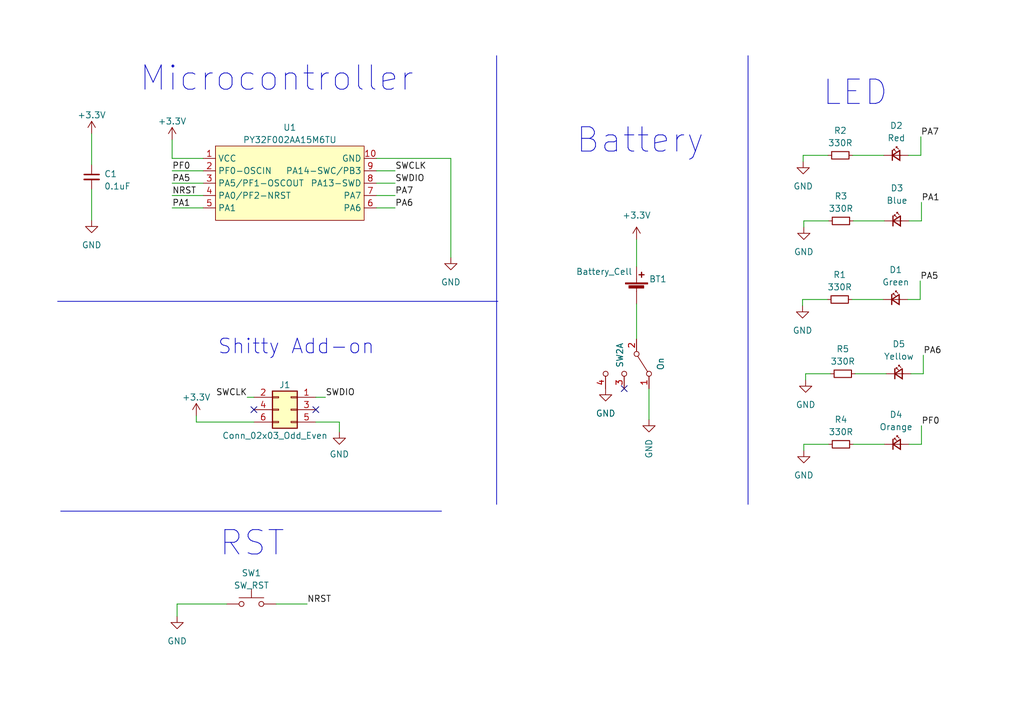
<source format=kicad_sch>
(kicad_sch (version 20231120) (generator "eeschema") (generator_version "8.0")
  (paper "A5")
  (title_block (title "badge_villa") (date "2024-07-03") (rev "1.0") (company "Electronic Cats") (comment 1 "Edgar Capuchino"))
  (lib_symbols
    (symbol "Connector_Generic:Conn_02x03_Odd_Even" (pin_names (offset 1.016) hide)
      (property "Reference" "J" (at 1.27 5.08 0))
      (property "Value" "Conn_02x03_Odd_Even" (at 1.27 -5.08 0))
      (symbol "Conn_02x03_Odd_Even_1_1"
        (rectangle (start -1.27 -2.413) (end 0 -2.667) (stroke (width 0.1524)))
        (rectangle (start -1.27 0.127) (end 0 -0.127) (stroke (width 0.1524)))
        (rectangle (start -1.27 2.667) (end 0 2.413) (stroke (width 0.1524)))
        (rectangle (start -1.27 3.81) (end 3.81 -3.81) (stroke (width 0.254)) (fill (type background)))
        (rectangle (start 3.81 -2.413) (end 2.54 -2.667) (stroke (width 0.1524)))
        (rectangle (start 3.81 0.127) (end 2.54 -0.127) (stroke (width 0.1524)))
        (rectangle (start 3.81 2.667) (end 2.54 2.413) (stroke (width 0.1524)))
        (pin passive line (at -5.08 2.54 0) (length 3.81) (name "Pin_1") (number "1"))
        (pin passive line (at 7.62 2.54 180) (length 3.81) (name "Pin_2") (number "2"))
        (pin passive line (at -5.08 0 0) (length 3.81) (name "Pin_3") (number "3"))
        (pin passive line (at 7.62 0 180) (length 3.81) (name "Pin_4") (number "4"))
        (pin passive line (at -5.08 -2.54 0) (length 3.81) (name "Pin_5") (number "5"))
        (pin passive line (at 7.62 -2.54 180) (length 3.81) (name "Pin_6") (number "6"))
      )
    )
    (symbol "Device:Battery_Cell" (pin_numbers hide) (pin_names (offset 0) hide)
      (property "Reference" "BT1" (at 2.54 2.54 0))
      (property "Value" "Battery_Cell" (at -12.446 4.064 0))
      (symbol "Battery_Cell_0_1"
        (rectangle (start -2.286 1.778) (end 2.286 1.524) (fill (type outline)))
        (rectangle (start -1.5748 1.1938) (end 1.4732 0.6858) (fill (type outline)))
        (polyline (pts (xy 0 0.762) (xy 0 0)))
        (polyline (pts (xy 0 1.778) (xy 0 2.54)))
        (polyline (pts (xy 0.508 3.429) (xy 1.524 3.429)) (stroke (width 0.254)))
        (polyline (pts (xy 1.016 3.937) (xy 1.016 2.921)) (stroke (width 0.254)))
      )
      (symbol "Battery_Cell_1_1"
        (pin passive line (at 0 -2.54 90) (length 2.54) (name "-") (number "1"))
        (pin passive line (at 0 5.08 270) (length 2.54) (name "+") (number "2"))
      )
    )
    (symbol "Device:C_Small" (pin_numbers hide) (pin_names (offset 0.254) hide)
      (property "Reference" "C" (at 0.254 1.778 0))
      (property "Value" "C_Small" (at 0.254 -2.032 0))
      (symbol "C_Small_0_1"
        (polyline (pts (xy -1.524 -0.508) (xy 1.524 -0.508)) (stroke (width 0.3302)))
        (polyline (pts (xy -1.524 0.508) (xy 1.524 0.508)) (stroke (width 0.3048)))
      )
      (symbol "C_Small_1_1"
        (pin passive line (at 0 2.54 270) (length 2.032) (name "~") (number "1"))
        (pin passive line (at 0 -2.54 90) (length 2.032) (name "~") (number "2"))
      )
    )
    (symbol "Device:LED_Small" (pin_numbers hide) (pin_names (offset 0.254) hide)
      (property "Reference" "D" (at -1.27 3.175 0))
      (property "Value" "LED_Small" (at -4.445 -2.54 0))
      (symbol "LED_Small_0_1"
        (polyline (pts (xy -0.762 -1.016) (xy -0.762 1.016)) (stroke (width 0.254)))
        (polyline (pts (xy 1.016 0) (xy -0.762 0)))
        (polyline (pts (xy 0.762 -1.016) (xy -0.762 0) (xy 0.762 1.016) (xy 0.762 -1.016)) (stroke (width 0.254)))
        (polyline (pts (xy 0 0.762) (xy -0.508 1.27) (xy -0.254 1.27) (xy -0.508 1.27) (xy -0.508 1.016)))
        (polyline (pts (xy 0.508 1.27) (xy 0 1.778) (xy 0.254 1.778) (xy 0 1.778) (xy 0 1.524)))
      )
      (symbol "LED_Small_1_1"
        (pin passive line (at -2.54 0 0) (length 1.778) (name "K") (number "1"))
        (pin passive line (at 2.54 0 180) (length 1.778) (name "A") (number "2"))
      )
    )
    (symbol "Device:R_Small" (pin_numbers hide) (pin_names (offset 0.254) hide)
      (property "Reference" "R" (at 0.762 0.508 0))
      (property "Value" "R_Small" (at 0.762 -1.016 0))
      (symbol "R_Small_0_1"
        (rectangle (start -0.762 1.778) (end 0.762 -1.778) (stroke (width 0.2032)))
      )
      (symbol "R_Small_1_1"
        (pin passive line (at 0 2.54 270) (length 0.762) (name "~") (number "1"))
        (pin passive line (at 0 -2.54 90) (length 0.762) (name "~") (number "2"))
      )
    )
    (symbol "MCU_PY32F002:PY32F002AA15M6TU"
      (property "Reference" "U" (at 0 0 0))
      (property "Value" "PY32F002AA15M6TU" (at 6.35 -17.78 0))
      (symbol "PY32F002AA15M6TU_1_1"
        (rectangle (start -3.81 -1.27) (end 26.67 -16.51) (fill (type background)))
        (pin input line (at -6.35 -3.81 0) (length 2.54) (name "VCC") (number "1"))
        (pin input line (at 29.21 -3.81 180) (length 2.54) (name "GND") (number "10"))
        (pin input line (at -6.35 -6.35 0) (length 2.54) (name "PF0-OSCIN") (number "2"))
        (pin input line (at -6.35 -8.89 0) (length 2.54) (name "PA5/PF1-OSCOUT") (number "3"))
        (pin input line (at -6.35 -11.43 0) (length 2.54) (name "PA0/PF2-NRST") (number "4"))
        (pin input line (at -6.35 -13.97 0) (length 2.54) (name "PA1") (number "5"))
        (pin input line (at 29.21 -13.97 180) (length 2.54) (name "PA6") (number "6"))
        (pin input line (at 29.21 -11.43 180) (length 2.54) (name "PA7") (number "7"))
        (pin input line (at 29.21 -8.89 180) (length 2.54) (name "PA13-SWD") (number "8"))
        (pin input line (at 29.21 -6.35 180) (length 2.54) (name "PA14-SWC/PB3") (number "9"))
      )
    )
    (symbol "Switch:SW_DPDT_x2" (pin_names (offset 0) hide)
      (property "Reference" "SW2" (at -1.778 -3.429 0))
      (property "Value" "On" (at 0 4.9276 0))
      (symbol "SW_DPDT_x2_0_0"
        (circle (center -2.032 0) (radius 0.508))
        (circle (center 2.032 -6.35) (radius 0.508))
        (circle (center 2.032 -2.54) (radius 0.508))
      )
      (symbol "SW_DPDT_x2_0_1"
        (polyline (pts (xy -1.524 0.254) (xy 1.651 2.286)))
        (circle (center 2.032 2.54) (radius 0.508))
      )
      (symbol "SW_DPDT_x2_1_1"
        (pin passive line (at 5.08 2.54 180) (length 2.54) (name "A") (number "1"))
        (pin passive line (at -5.08 0 0) (length 2.54) (name "B") (number "2"))
        (pin passive line (at 5.08 -2.54 180) (length 2.54) (name "C") (number "3"))
        (pin passive line (at 5.08 -6.35 180) (length 2.54) (name "C") (number "4"))
      )
      (symbol "SW_DPDT_x2_2_1"
        (pin passive line (at 5.08 2.54 180) (length 2.54) (name "A") (number "4"))
        (pin passive line (at -5.08 0 0) (length 2.54) (name "B") (number "5"))
        (pin passive line (at 5.08 -2.54 180) (length 2.54) (name "C") (number "6"))
      )
    )
    (symbol "Switch:SW_Push" (pin_numbers hide) (pin_names (offset 1.016) hide)
      (property "Reference" "SW" (at 1.27 2.54 0))
      (property "Value" "SW_Push" (at 0 -1.524 0))
      (symbol "SW_Push_0_1"
        (circle (center -2.032 0) (radius 0.508))
        (polyline (pts (xy 0 1.27) (xy 0 3.048)))
        (polyline (pts (xy 2.54 1.27) (xy -2.54 1.27)))
        (circle (center 2.032 0) (radius 0.508))
        (pin passive line (at -5.08 0 0) (length 2.54) (name "1") (number "1"))
        (pin passive line (at 5.08 0 180) (length 2.54) (name "2") (number "2"))
      )
    )
    (symbol "power:+3.3V" (power) (pin_names (offset 0))
      (property "Value" "+3.3V" (at 0 3.556 0))
      (symbol "+3.3V_0_1"
        (polyline (pts (xy -0.762 1.27) (xy 0 2.54)))
        (polyline (pts (xy 0 0) (xy 0 2.54)))
        (polyline (pts (xy 0 2.54) (xy 0.762 1.27)))
      )
      (symbol "+3.3V_1_1"
        (pin power_in line (at 0 0 90) (length 0) hide (name "+3.3V") (number "1"))
      )
    )
    (symbol "power:GND" (power) (pin_names (offset 0))
      (property "Value" "GND" (at 0 -3.81 0))
      (symbol "GND_0_1"
        (polyline (pts (xy 0 0) (xy 0 -1.27) (xy 1.27 -1.27) (xy 0 -2.54) (xy -1.27 -1.27) (xy 0 -1.27)))
      )
      (symbol "GND_1_1"
        (pin power_in line (at 0 0 270) (length 0) hide (name "GND") (number "1"))
      )
    )
  )
  (no_connect (at 128.016 79.756))
  (no_connect (at 52.07 84.074))
  (no_connect (at 64.77 84.074))
  (wire (pts (xy 69.596 86.614) (xy 64.77 86.614)))
  (wire (pts (xy 77.216 35.052) (xy 81.026 35.052)))
  (wire (pts (xy 169.926 91.186) (xy 164.846 91.186)))
  (wire (pts (xy 133.096 79.756) (xy 133.096 86.106)))
  (wire (pts (xy 174.879 31.877) (xy 181.229 31.877)))
  (wire (pts (xy 35.306 37.592) (xy 41.656 37.592)))
  (wire (pts (xy 35.306 35.052) (xy 41.656 35.052)))
  (wire (pts (xy 174.752 61.468) (xy 181.102 61.468)))
  (wire (pts (xy 130.556 49.149) (xy 130.556 54.737)))
  (wire (pts (xy 189.357 76.708) (xy 186.817 76.708)))
  (wire (pts (xy 175.006 91.186) (xy 181.356 91.186)))
  (wire (pts (xy 188.849 31.877) (xy 186.309 31.877)))
  (wire (pts (xy 188.722 57.658) (xy 188.722 61.468)))
  (wire (pts (xy 50.6984 81.534) (xy 52.07 81.534)))
  (wire (pts (xy 77.216 37.592) (xy 81.026 37.592)))
  (wire (pts (xy 77.216 42.672) (xy 81.026 42.672)))
  (wire (pts (xy 170.307 76.708) (xy 165.227 76.708)))
  (wire (pts (xy 66.7512 81.534) (xy 64.77 81.534)))
  (wire (pts (xy 169.926 45.339) (xy 164.846 45.339)))
  (wire (pts (xy 56.642 123.952) (xy 62.992 123.952)))
  (wire (pts (xy 46.482 123.952) (xy 36.322 123.952)))
  (wire (pts (xy 18.796 27.432) (xy 18.796 33.782)))
  (polyline (pts (xy 12.446 104.902) (xy 90.551 104.902)))
  (wire (pts (xy 164.846 91.186) (xy 164.846 92.456)))
  (wire (pts (xy 41.656 32.512) (xy 35.306 32.512)))
  (wire (pts (xy 169.672 61.468) (xy 164.592 61.468)))
  (wire (pts (xy 18.796 38.862) (xy 18.796 45.212)))
  (polyline (pts (xy 11.811 61.849) (xy 102.108 61.849)))
  (wire (pts (xy 130.556 62.357) (xy 130.556 69.596)))
  (polyline (pts (xy 153.416 11.43) (xy 153.416 103.505)))
  (polyline (pts (xy 101.854 11.43) (xy 101.854 103.505)))
  (wire (pts (xy 188.722 61.468) (xy 186.182 61.468)))
  (wire (pts (xy 40.259 86.614) (xy 52.07 86.614)))
  (wire (pts (xy 35.306 40.132) (xy 41.656 40.132)))
  (wire (pts (xy 188.976 91.186) (xy 186.436 91.186)))
  (wire (pts (xy 35.306 42.672) (xy 41.656 42.672)))
  (wire (pts (xy 77.216 32.512) (xy 92.456 32.512)))
  (wire (pts (xy 164.846 45.339) (xy 164.846 46.609)))
  (wire (pts (xy 189.357 72.898) (xy 189.357 76.708)))
  (wire (pts (xy 188.976 87.376) (xy 188.976 91.186)))
  (wire (pts (xy 169.799 31.877) (xy 164.719 31.877)))
  (wire (pts (xy 40.259 85.344) (xy 40.259 86.614)))
  (wire (pts (xy 69.596 88.646) (xy 69.596 86.614)))
  (wire (pts (xy 164.592 61.468) (xy 164.592 62.738)))
  (wire (pts (xy 175.006 45.339) (xy 181.356 45.339)))
  (wire (pts (xy 92.456 32.512) (xy 92.456 52.832)))
  (wire (pts (xy 77.216 40.132) (xy 81.026 40.132)))
  (wire (pts (xy 188.976 45.339) (xy 186.436 45.339)))
  (wire (pts (xy 35.306 32.512) (xy 35.306 28.702)))
  (wire (pts (xy 164.719 31.877) (xy 164.719 33.147)))
  (wire (pts (xy 188.976 41.529) (xy 188.976 45.339)))
  (wire (pts (xy 188.849 28.067) (xy 188.849 31.877)))
  (wire (pts (xy 165.227 76.708) (xy 165.227 77.978)))
  (wire (pts (xy 36.322 123.952) (xy 36.322 126.492)))
  (wire (pts (xy 175.387 76.708) (xy 181.737 76.708)))
  (text "Shitty Add-on\n" (at 44.577 73.025 0) (effects (font (size 3 3)) (justify left bottom)))
  (text "Battery" (at 117.983 31.877 0) (effects (font (size 5 5)) (justify left bottom)))
  (text "Microcontroller" (at 28.448 19.177 0) (effects (font (size 5 5)) (justify left bottom)))
  (text "LED\n" (at 168.529 22.098 0) (effects (font (size 5 5)) (justify left bottom)))
  (text "RST" (at 44.831 114.554 0) (effects (font (size 5 5)) (justify left bottom)))
  (label "PA5" (at 35.306 37.592 0))
  (label "PF0" (at 35.306 35.052 0))
  (label "PA5" (at 188.722 57.658 0))
  (label "NRST" (at 62.992 123.952 0))
  (label "NRST" (at 35.306 40.132 0))
  (label "SWDIO" (at 81.026 37.592 0))
  (label "PA6" (at 81.026 42.672 0))
  (label "SWCLK" (at 50.6984 81.534 180))
  (label "PA1" (at 35.306 42.672 0))
  (label "PA6" (at 189.357 72.898 0))
  (label "SWCLK" (at 81.026 35.052 0))
  (label "PA1" (at 188.976 41.529 0))
  (label "PA7" (at 81.026 40.132 0))
  (label "PA7" (at 188.849 28.067 0))
  (label "PF0" (at 188.976 87.376 0))
  (label "SWDIO" (at 66.7512 81.534 0))
  (symbol (lib_id "power:+3.3V") (at 35.306 28.702 0) (unit 1)
    (property "Reference" "#PWR03" (effects (hide yes)))
    (property "Value" "+3.3V" (at 35.306 24.892 0))
  )
  (symbol (lib_id "power:+3.3V") (at 18.796 27.432 0) (unit 1)
    (property "Reference" "#PWR01" (effects (hide yes)))
    (property "Value" "+3.3V" (at 18.796 23.622 0))
  )
  (symbol (lib_id "Device:R_Small") (at 172.847 76.708 90) (unit 1)
    (property "Reference" "R5" (at 172.847 71.628 90))
    (property "Value" "330R" (at 172.847 74.168 90))
    (property "Footprint" "Resistor_SMD:R_0805_2012Metric" (effects (hide yes)))
    (property "LCSC#" "C119075" (effects (hide yes)))
  )
  (symbol (lib_id "power:GND") (at 165.227 77.978 0) (unit 1)
    (property "Reference" "#PWR015" (effects (hide yes)))
    (property "Value" "GND" (at 165.227 83.058 0))
  )
  (symbol (lib_id "Device:LED_Small") (at 183.769 31.877 0) (unit 1)
    (property "Reference" "D2" (at 183.8325 25.781 0))
    (property "Value" "Red" (at 183.8325 28.321 0))
    (property "Footprint" "LED_SMD:LED_0805_2012Metric" (effects (hide yes)))
    (property "LCSC#" "C965812" (effects (hide yes)))
  )
  (symbol (lib_id "Device:C_Small") (at 18.796 36.322 0) (unit 1)
    (property "Reference" "C1" (at 21.336 35.6933 0) (effects (justify left)))
    (property "Value" "0.1uF" (at 21.336 38.2333 0) (effects (justify left)))
    (property "Footprint" "Capacitor_SMD:C_0805_2012Metric" (effects (hide yes)))
    (property "LCSC#" "C235731" (effects (hide yes)))
  )
  (symbol (lib_id "Switch:SW_DPDT_x2") (at 130.556 74.676 270) (unit 1)
    (property "Reference" "SW2" (at 127.127 72.898 0))
    (property "Value" "On" (at 135.4836 74.676 0))
    (property "Footprint" "Villa:MSK12C02" (effects (hide yes)))
    (property "LCSC#" "C431540" (effects (hide yes)))
  )
  (symbol (lib_id "power:GND") (at 36.322 126.492 0) (unit 1)
    (property "Reference" "#PWR04" (effects (hide yes)))
    (property "Value" "GND" (at 36.322 131.572 0))
  )
  (symbol (lib_id "power:GND") (at 164.846 46.609 0) (unit 1)
    (property "Reference" "#PWR013" (effects (hide yes)))
    (property "Value" "GND" (at 164.846 51.689 0))
  )
  (symbol (lib_id "Switch:SW_Push") (at 51.562 123.952 0) (unit 1)
    (property "Reference" "SW1" (at 51.562 117.602 0))
    (property "Value" "SW_RST" (at 51.562 120.142 0))
    (property "Footprint" "Button_Switch_SMD:SW_SPST_TL3342" (effects (hide yes)))
    (property "LCSC#" "C318889" (effects (hide yes)))
  )
  (symbol (lib_id "power:+3.3V") (at 40.259 85.344 0) (unit 1)
    (property "Reference" "#PWR05" (effects (hide yes)))
    (property "Value" "+3.3V" (at 40.259 81.534 0))
  )
  (symbol (lib_id "power:GND") (at 164.592 62.738 0) (unit 1)
    (property "Reference" "#PWR011" (effects (hide yes)))
    (property "Value" "GND" (at 164.592 67.818 0))
  )
  (symbol (lib_id "Device:LED_Small") (at 184.277 76.708 0) (unit 1)
    (property "Reference" "D5" (at 184.3405 70.612 0))
    (property "Value" "Yellow" (at 184.3405 73.152 0))
    (property "Footprint" "LED_SMD:LED_0805_2012Metric" (effects (hide yes)))
    (property "LCSC#" "C84261" (effects (hide yes)))
  )
  (symbol (lib_id "power:+3.3V") (at 130.556 49.149 0) (unit 1)
    (property "Reference" "#PWR09" (effects (hide yes)))
    (property "Value" "+3.3V" (at 130.556 44.196 0))
  )
  (symbol (lib_id "Device:Battery_Cell") (at 130.556 59.817 0) (unit 1)
    (property "Reference" "BT1" (at 133.096 57.277 0) (effects (justify left)))
    (property "Value" "Battery_Cell" (at 118.11 55.753 0) (effects (justify left)))
    (property "Footprint" "Villa:BAT-HLD-001" (effects (hide yes)))
    (property "LCSC#" "C964833" (effects (hide yes)))
  )
  (symbol (lib_id "power:GND") (at 92.456 52.832 0) (unit 1)
    (property "Reference" "#PWR07" (effects (hide yes)))
    (property "Value" "GND" (at 92.456 57.912 0))
  )
  (symbol (lib_id "power:GND") (at 124.206 79.756 0) (unit 1)
    (property "Reference" "#PWR08" (effects (hide yes)))
    (property "Value" "GND" (at 124.206 84.836 0))
  )
  (symbol (lib_id "Device:R_Small") (at 172.466 91.186 90) (unit 1)
    (property "Reference" "R4" (at 172.466 86.106 90))
    (property "Value" "330R" (at 172.466 88.646 90))
    (property "Footprint" "Resistor_SMD:R_0805_2012Metric" (effects (hide yes)))
    (property "LCSC#" "C119075" (effects (hide yes)))
  )
  (symbol (lib_id "Connector_Generic:Conn_02x03_Odd_Even") (at 59.69 84.074 0) (mirror y) (unit 1)
    (property "Reference" "J1" (at 58.42 78.994 0))
    (property "Value" "Conn_02x03_Odd_Even" (at 56.388 89.408 0))
    (property "Footprint" "Connector_PinHeader_2.54mm:PinHeader_2x03_P2.54mm_Vertical" (effects (hide yes)))
    (property "LCSC#" "C706893" (effects (hide yes)))
  )
  (symbol (lib_id "Device:R_Small") (at 172.212 61.468 90) (unit 1)
    (property "Reference" "R1" (at 172.212 56.388 90))
    (property "Value" "330R" (at 172.212 58.928 90))
    (property "Footprint" "Resistor_SMD:R_0805_2012Metric" (effects (hide yes)))
    (property "LCSC#" "C119075" (effects (hide yes)))
  )
  (symbol (lib_id "MCU_PY32F002:PY32F002AA15M6TU") (at 48.006 28.702 0) (unit 1)
    (property "Reference" "U1" (at 59.436 26.162 0))
    (property "Value" "PY32F002AA15M6TU" (at 59.436 28.702 0))
    (property "Footprint" "Villa:PY32F002AA15M" (effects (hide yes)))
    (property "Datasheet" "https://datasheet.lcsc.com/lcsc/2303271200_PUYA--PY32F002AA15M6TU_C5292058.pdf" (effects (hide yes)))
    (property "LCSC#" "C5292058" (effects (hide yes)))
  )
  (symbol (lib_id "Device:LED_Small") (at 183.896 45.339 0) (unit 1)
    (property "Reference" "D3" (at 183.9595 38.608 0))
    (property "Value" "Blue" (at 183.9595 41.148 0))
    (property "Footprint" "LED_SMD:LED_0805_2012Metric" (effects (hide yes)))
    (property "LCSC#" "C205441" (effects (hide yes)))
  )
  (symbol (lib_id "Device:R_Small") (at 172.466 45.339 90) (unit 1)
    (property "Reference" "R3" (at 172.466 40.259 90))
    (property "Value" "330R" (at 172.466 42.799 90))
    (property "Footprint" "Resistor_SMD:R_0805_2012Metric" (effects (hide yes)))
    (property "LCSC#" "C119075" (effects (hide yes)))
  )
  (symbol (lib_id "Device:LED_Small") (at 183.896 91.186 0) (unit 1)
    (property "Reference" "D4" (at 183.769 85.09 0))
    (property "Value" "Orange" (at 183.769 87.63 0))
    (property "Footprint" "LED_SMD:LED_0805_2012Metric" (effects (hide yes)))
    (property "LCSC#" "C84262" (effects (hide yes)))
  )
  (symbol (lib_id "power:GND") (at 133.096 86.106 0) (unit 1)
    (property "Reference" "#PWR010" (effects (hide yes)))
    (property "Value" "GND" (at 133.096 90.043 90) (effects (justify right)))
  )
  (symbol (lib_id "Device:LED_Small") (at 183.642 61.468 0) (unit 1)
    (property "Reference" "D1" (at 183.7055 55.372 0))
    (property "Value" "Green" (at 183.7055 57.912 0))
    (property "Footprint" "LED_SMD:LED_0805_2012Metric" (effects (hide yes)))
    (property "LCSC#" "C965815" (effects (hide yes)))
  )
  (symbol (lib_id "Device:R_Small") (at 172.339 31.877 90) (unit 1)
    (property "Reference" "R2" (at 172.339 26.797 90))
    (property "Value" "330R" (at 172.339 29.337 90))
    (property "Footprint" "Resistor_SMD:R_0805_2012Metric" (effects (hide yes)))
    (property "LCSC#" "C119075" (effects (hide yes)))
  )
  (symbol (lib_id "power:GND") (at 69.596 88.646 0) (unit 1)
    (property "Reference" "#PWR06" (effects (hide yes)))
    (property "Value" "GND" (at 69.596 93.218 0))
  )
  (symbol (lib_id "power:GND") (at 164.846 92.456 0) (unit 1)
    (property "Reference" "#PWR014" (effects (hide yes)))
    (property "Value" "GND" (at 164.846 97.536 0))
  )
  (symbol (lib_id "power:GND") (at 18.796 45.212 0) (unit 1)
    (property "Reference" "#PWR02" (effects (hide yes)))
    (property "Value" "GND" (at 18.796 50.292 0))
  )
  (symbol (lib_id "power:GND") (at 164.719 33.147 0) (unit 1)
    (property "Reference" "#PWR012" (effects (hide yes)))
    (property "Value" "GND" (at 164.719 38.227 0))
  )
)
</source>
